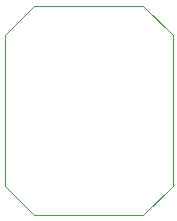
<source format=gbr>
%TF.GenerationSoftware,KiCad,Pcbnew,5.1.7-a382d34a8~87~ubuntu20.04.1*%
%TF.CreationDate,2020-10-01T12:41:17+02:00*%
%TF.ProjectId,reform2-trackball-sensor,7265666f-726d-4322-9d74-7261636b6261,rev?*%
%TF.SameCoordinates,Original*%
%TF.FileFunction,Profile,NP*%
%FSLAX46Y46*%
G04 Gerber Fmt 4.6, Leading zero omitted, Abs format (unit mm)*
G04 Created by KiCad (PCBNEW 5.1.7-a382d34a8~87~ubuntu20.04.1) date 2020-10-01 12:41:17*
%MOMM*%
%LPD*%
G01*
G04 APERTURE LIST*
%TA.AperFunction,Profile*%
%ADD10C,0.050000*%
%TD*%
G04 APERTURE END LIST*
D10*
X155250000Y-90500000D02*
X157750000Y-88000000D01*
X155250000Y-72750000D02*
X157750000Y-75250000D01*
X157750000Y-88000000D02*
X157750000Y-75250000D01*
X143500000Y-88000000D02*
X146000000Y-90500000D01*
X146000000Y-72750000D02*
X143500000Y-75250000D01*
X155250000Y-90500000D02*
X146000000Y-90500000D01*
X146000000Y-72750000D02*
X155250000Y-72750000D01*
X143500000Y-88000000D02*
X143500000Y-75250000D01*
M02*

</source>
